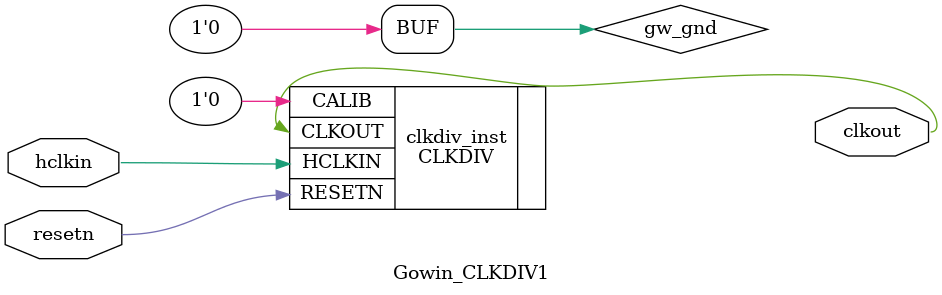
<source format=v>

module Gowin_CLKDIV1 (clkout, hclkin, resetn);

output clkout;
input hclkin;
input resetn;

wire gw_gnd;

assign gw_gnd = 1'b0;

CLKDIV clkdiv_inst (
    .CLKOUT(clkout),
    .HCLKIN(hclkin),
    .RESETN(resetn),
    .CALIB(gw_gnd)
);

defparam clkdiv_inst.DIV_MODE = "4";
defparam clkdiv_inst.GSREN = "false";

endmodule //Gowin_CLKDIV1

</source>
